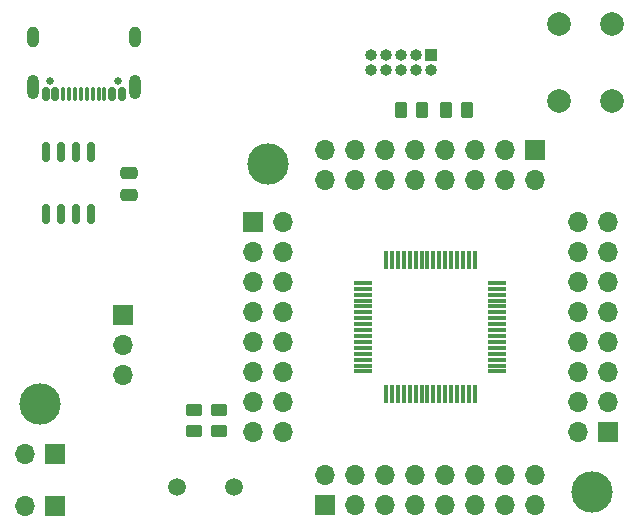
<source format=gts>
%TF.GenerationSoftware,KiCad,Pcbnew,8.0.3*%
%TF.CreationDate,2024-06-30T18:20:56+08:00*%
%TF.ProjectId,Mini-K1-64,4d696e69-2d4b-4312-9d36-342e6b696361,rev?*%
%TF.SameCoordinates,Original*%
%TF.FileFunction,Soldermask,Top*%
%TF.FilePolarity,Negative*%
%FSLAX46Y46*%
G04 Gerber Fmt 4.6, Leading zero omitted, Abs format (unit mm)*
G04 Created by KiCad (PCBNEW 8.0.3) date 2024-06-30 18:20:56*
%MOMM*%
%LPD*%
G01*
G04 APERTURE LIST*
G04 Aperture macros list*
%AMRoundRect*
0 Rectangle with rounded corners*
0 $1 Rounding radius*
0 $2 $3 $4 $5 $6 $7 $8 $9 X,Y pos of 4 corners*
0 Add a 4 corners polygon primitive as box body*
4,1,4,$2,$3,$4,$5,$6,$7,$8,$9,$2,$3,0*
0 Add four circle primitives for the rounded corners*
1,1,$1+$1,$2,$3*
1,1,$1+$1,$4,$5*
1,1,$1+$1,$6,$7*
1,1,$1+$1,$8,$9*
0 Add four rect primitives between the rounded corners*
20,1,$1+$1,$2,$3,$4,$5,0*
20,1,$1+$1,$4,$5,$6,$7,0*
20,1,$1+$1,$6,$7,$8,$9,0*
20,1,$1+$1,$8,$9,$2,$3,0*%
G04 Aperture macros list end*
%ADD10RoundRect,0.250000X0.475000X-0.250000X0.475000X0.250000X-0.475000X0.250000X-0.475000X-0.250000X0*%
%ADD11RoundRect,0.250000X-0.450000X0.262500X-0.450000X-0.262500X0.450000X-0.262500X0.450000X0.262500X0*%
%ADD12R,1.700000X1.700000*%
%ADD13O,1.700000X1.700000*%
%ADD14C,3.500000*%
%ADD15C,0.650000*%
%ADD16RoundRect,0.150000X0.150000X0.425000X-0.150000X0.425000X-0.150000X-0.425000X0.150000X-0.425000X0*%
%ADD17RoundRect,0.075000X0.075000X0.500000X-0.075000X0.500000X-0.075000X-0.500000X0.075000X-0.500000X0*%
%ADD18O,1.000000X2.100000*%
%ADD19O,1.000000X1.800000*%
%ADD20C,2.000000*%
%ADD21RoundRect,0.150000X-0.150000X0.675000X-0.150000X-0.675000X0.150000X-0.675000X0.150000X0.675000X0*%
%ADD22C,1.500000*%
%ADD23RoundRect,0.075000X-0.700000X-0.075000X0.700000X-0.075000X0.700000X0.075000X-0.700000X0.075000X0*%
%ADD24RoundRect,0.075000X-0.075000X-0.700000X0.075000X-0.700000X0.075000X0.700000X-0.075000X0.700000X0*%
%ADD25RoundRect,0.250000X-0.262500X-0.450000X0.262500X-0.450000X0.262500X0.450000X-0.262500X0.450000X0*%
%ADD26RoundRect,0.250000X0.262500X0.450000X-0.262500X0.450000X-0.262500X-0.450000X0.262500X-0.450000X0*%
%ADD27O,1.000000X1.000000*%
%ADD28R,1.000000X1.000000*%
G04 APERTURE END LIST*
D10*
%TO.C,C1*%
X126729100Y-95673000D03*
X126729100Y-93773000D03*
%TD*%
D11*
%TO.C,R3*%
X134410000Y-113812500D03*
X134410000Y-115637500D03*
%TD*%
D12*
%TO.C,J3*%
X137245000Y-97935000D03*
D13*
X139785000Y-97935000D03*
X137245000Y-100475000D03*
X139785000Y-100475000D03*
X137245000Y-103015000D03*
X139785000Y-103015000D03*
X137245000Y-105555000D03*
X139785000Y-105555000D03*
X137245000Y-108095000D03*
X139785000Y-108095000D03*
X137245000Y-110635000D03*
X139785000Y-110635000D03*
X137245000Y-113175000D03*
X139785000Y-113175000D03*
X137245000Y-115715000D03*
X139785000Y-115715000D03*
%TD*%
D11*
%TO.C,R4*%
X132285000Y-113812500D03*
X132285000Y-115637500D03*
%TD*%
D12*
%TO.C,JP2*%
X120510000Y-122000000D03*
D13*
X117970000Y-122000000D03*
%TD*%
D12*
%TO.C,J4*%
X161165000Y-91795000D03*
D13*
X161165000Y-94335000D03*
X158625000Y-91795000D03*
X158625000Y-94335000D03*
X156085000Y-91795000D03*
X156085000Y-94335000D03*
X153545000Y-91795000D03*
X153545000Y-94335000D03*
X151005000Y-91795000D03*
X151005000Y-94335000D03*
X148465000Y-91795000D03*
X148465000Y-94335000D03*
X145925000Y-91795000D03*
X145925000Y-94335000D03*
X143385000Y-91795000D03*
X143385000Y-94335000D03*
%TD*%
D14*
%TO.C,H1*%
X119210000Y-113300000D03*
%TD*%
D12*
%TO.C,JP1*%
X126270000Y-105795000D03*
D13*
X126270000Y-108335000D03*
X126270000Y-110875000D03*
%TD*%
D15*
%TO.C,J1*%
X125814100Y-85978000D03*
X120034100Y-85978000D03*
D16*
X126124100Y-87053000D03*
X125324100Y-87053000D03*
D17*
X124174100Y-87053000D03*
X123174100Y-87053000D03*
X122674100Y-87053000D03*
X121674100Y-87053000D03*
D16*
X120524100Y-87053000D03*
X119724100Y-87053000D03*
X119724100Y-87053000D03*
X120524100Y-87053000D03*
D17*
X121174100Y-87053000D03*
X122174100Y-87053000D03*
X123674100Y-87053000D03*
X124674100Y-87053000D03*
D16*
X125324100Y-87053000D03*
X126124100Y-87053000D03*
D18*
X127244100Y-86478000D03*
D19*
X127244100Y-82298000D03*
D18*
X118604100Y-86478000D03*
D19*
X118604100Y-82298000D03*
%TD*%
D12*
%TO.C,JP3*%
X120510000Y-117600000D03*
D13*
X117970000Y-117600000D03*
%TD*%
D12*
%TO.C,J5*%
X143385000Y-121855000D03*
D13*
X143385000Y-119315000D03*
X145925000Y-121855000D03*
X145925000Y-119315000D03*
X148465000Y-121855000D03*
X148465000Y-119315000D03*
X151005000Y-121855000D03*
X151005000Y-119315000D03*
X153545000Y-121855000D03*
X153545000Y-119315000D03*
X156085000Y-121855000D03*
X156085000Y-119315000D03*
X158625000Y-121855000D03*
X158625000Y-119315000D03*
X161165000Y-121855000D03*
X161165000Y-119315000D03*
%TD*%
D20*
%TO.C,SW1*%
X163150000Y-87685000D03*
X163150000Y-81185000D03*
X167650000Y-87685000D03*
X167650000Y-81185000D03*
%TD*%
D14*
%TO.C,H3*%
X165985000Y-120800000D03*
%TD*%
D21*
%TO.C,U1*%
X123554100Y-91998000D03*
X122284100Y-91998000D03*
X121014100Y-91998000D03*
X119744100Y-91998000D03*
X119744100Y-97248000D03*
X121014100Y-97248000D03*
X122284100Y-97248000D03*
X123554100Y-97248000D03*
%TD*%
D22*
%TO.C,Y1*%
X135685000Y-120350000D03*
X130805000Y-120350000D03*
%TD*%
D14*
%TO.C,H2*%
X138535000Y-93025000D03*
%TD*%
D23*
%TO.C,U2*%
X146600000Y-103075000D03*
X146600000Y-103575000D03*
X146600000Y-104075000D03*
X146600000Y-104575000D03*
X146600000Y-105075000D03*
X146600000Y-105575000D03*
X146600000Y-106075000D03*
X146600000Y-106575000D03*
X146600000Y-107075000D03*
X146600000Y-107575000D03*
X146600000Y-108075000D03*
X146600000Y-108575000D03*
X146600000Y-109075000D03*
X146600000Y-109575000D03*
X146600000Y-110075000D03*
X146600000Y-110575000D03*
D24*
X148525000Y-112500000D03*
X149025000Y-112500000D03*
X149525000Y-112500000D03*
X150025000Y-112500000D03*
X150525000Y-112500000D03*
X151025000Y-112500000D03*
X151525000Y-112500000D03*
X152025000Y-112500000D03*
X152525000Y-112500000D03*
X153025000Y-112500000D03*
X153525000Y-112500000D03*
X154025000Y-112500000D03*
X154525000Y-112500000D03*
X155025000Y-112500000D03*
X155525000Y-112500000D03*
X156025000Y-112500000D03*
D23*
X157950000Y-110575000D03*
X157950000Y-110075000D03*
X157950000Y-109575000D03*
X157950000Y-109075000D03*
X157950000Y-108575000D03*
X157950000Y-108075000D03*
X157950000Y-107575000D03*
X157950000Y-107075000D03*
X157950000Y-106575000D03*
X157950000Y-106075000D03*
X157950000Y-105575000D03*
X157950000Y-105075000D03*
X157950000Y-104575000D03*
X157950000Y-104075000D03*
X157950000Y-103575000D03*
X157950000Y-103075000D03*
D24*
X156025000Y-101150000D03*
X155525000Y-101150000D03*
X155025000Y-101150000D03*
X154525000Y-101150000D03*
X154025000Y-101150000D03*
X153525000Y-101150000D03*
X153025000Y-101150000D03*
X152525000Y-101150000D03*
X152025000Y-101150000D03*
X151525000Y-101150000D03*
X151025000Y-101150000D03*
X150525000Y-101150000D03*
X150025000Y-101150000D03*
X149525000Y-101150000D03*
X149025000Y-101150000D03*
X148525000Y-101150000D03*
%TD*%
D12*
%TO.C,J6*%
X167305000Y-115715000D03*
D13*
X164765000Y-115715000D03*
X167305000Y-113175000D03*
X164765000Y-113175000D03*
X167305000Y-110635000D03*
X164765000Y-110635000D03*
X167305000Y-108095000D03*
X164765000Y-108095000D03*
X167305000Y-105555000D03*
X164765000Y-105555000D03*
X167305000Y-103015000D03*
X164765000Y-103015000D03*
X167305000Y-100475000D03*
X164765000Y-100475000D03*
X167305000Y-97935000D03*
X164765000Y-97935000D03*
%TD*%
D25*
%TO.C,R1*%
X153580000Y-88445000D03*
X155405000Y-88445000D03*
%TD*%
D26*
%TO.C,R2*%
X151600000Y-88425000D03*
X149775000Y-88425000D03*
%TD*%
D27*
%TO.C,J2*%
X147230000Y-85055000D03*
X147230000Y-83785000D03*
X148500000Y-85055000D03*
X148500000Y-83785000D03*
X149770000Y-85055000D03*
X149770000Y-83785000D03*
X151040000Y-85055000D03*
X151040000Y-83785000D03*
X152310000Y-85055000D03*
D28*
X152310000Y-83785000D03*
%TD*%
M02*

</source>
